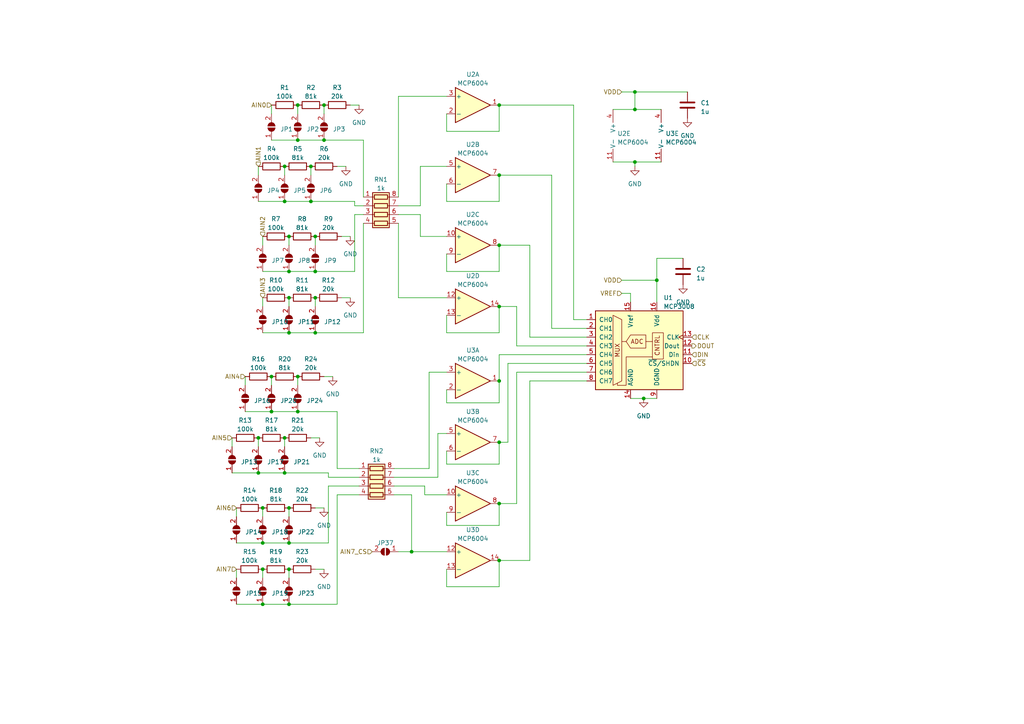
<source format=kicad_sch>
(kicad_sch (version 20230121) (generator eeschema)
  (paper "A4")
  (lib_symbols
    (symbol "Amplifier_Operational:MCP6004" (pin_names (offset 0.127))
      (property "Reference" "U" (at 0 5.08 0))
      (property "Value" "MCP6004" (at 0 -5.08 0))
      (symbol "MCP6004_1_1"
        (polyline (pts (xy -5.08 5.08) (xy 5.08 0) (xy -5.08 -5.08) (xy -5.08 5.08)) (stroke (width 0.254)) (fill (type background)))
        (pin output line (at 7.62 0 180) (length 2.54) (name "~") (number "1"))
        (pin input line (at -7.62 -2.54 0) (length 2.54) (name "-") (number "2"))
        (pin input line (at -7.62 2.54 0) (length 2.54) (name "+") (number "3"))
      )
      (symbol "MCP6004_2_1"
        (polyline (pts (xy -5.08 5.08) (xy 5.08 0) (xy -5.08 -5.08) (xy -5.08 5.08)) (stroke (width 0.254)) (fill (type background)))
        (pin input line (at -7.62 2.54 0) (length 2.54) (name "+") (number "5"))
        (pin input line (at -7.62 -2.54 0) (length 2.54) (name "-") (number "6"))
        (pin output line (at 7.62 0 180) (length 2.54) (name "~") (number "7"))
      )
      (symbol "MCP6004_3_1"
        (polyline (pts (xy -5.08 5.08) (xy 5.08 0) (xy -5.08 -5.08) (xy -5.08 5.08)) (stroke (width 0.254)) (fill (type background)))
        (pin input line (at -7.62 2.54 0) (length 2.54) (name "+") (number "10"))
        (pin output line (at 7.62 0 180) (length 2.54) (name "~") (number "8"))
        (pin input line (at -7.62 -2.54 0) (length 2.54) (name "-") (number "9"))
      )
      (symbol "MCP6004_4_1"
        (polyline (pts (xy -5.08 5.08) (xy 5.08 0) (xy -5.08 -5.08) (xy -5.08 5.08)) (stroke (width 0.254)) (fill (type background)))
        (pin input line (at -7.62 2.54 0) (length 2.54) (name "+") (number "12"))
        (pin input line (at -7.62 -2.54 0) (length 2.54) (name "-") (number "13"))
        (pin output line (at 7.62 0 180) (length 2.54) (name "~") (number "14"))
      )
      (symbol "MCP6004_5_1"
        (pin power_in line (at -2.54 -7.62 90) (length 3.81) (name "V-") (number "11"))
        (pin power_in line (at -2.54 7.62 270) (length 3.81) (name "V+") (number "4"))
      )
    )
    (symbol "Analog_ADC:MCP3008" (pin_names (offset 1.016))
      (property "Reference" "U" (at -5.08 13.335 0))
      (property "Value" "MCP3008" (at -5.08 11.43 0))
      (symbol "MCP3008_0_0"
        (text "ADC" (at -0.635 1.27 0) (effects (font (size 1.27 1.27))))
        (text "CNTRL" (at 5.969 -2.921 900) (effects (font (size 1.27 1.27)) (justify left bottom)))
        (text "MUX" (at -6.35 -1.27 900) (effects (font (size 1.27 1.27))))
      )
      (symbol "MCP3008_0_1"
        (polyline (pts (xy -3.81 1.27) (xy -5.08 1.27)))
        (polyline (pts (xy 1.905 1.27) (xy 3.81 1.27)))
        (polyline (pts (xy -7.62 8.89) (xy -7.62 -11.43) (xy -5.08 -10.16) (xy -5.08 7.62) (xy -7.62 8.89)))
        (polyline (pts (xy 3.81 -3.175) (xy -3.81 -3.175) (xy -3.81 -11.43) (xy -6.35 -11.43) (xy -6.35 -10.795)))
        (polyline (pts (xy 1.905 3.175) (xy 1.905 -0.635) (xy -2.54 -0.635) (xy -3.81 1.27) (xy -2.54 3.175) (xy 1.905 3.175)))
        (rectangle (start 3.81 -3.81) (end 6.985 3.81))
        (rectangle (start 12.7 -12.7) (end -12.7 10.16) (stroke (width 0.254)) (fill (type background)))
      )
      (symbol "MCP3008_1_1"
        (pin input line (at -15.24 7.62 0) (length 2.54) (name "CH0") (number "1"))
        (pin input line (at 15.24 -5.08 180) (length 2.54) (name "~{CS}/SHDN") (number "10"))
        (pin input line (at 15.24 -2.54 180) (length 2.54) (name "Din") (number "11"))
        (pin output line (at 15.24 0 180) (length 2.54) (name "Dout") (number "12"))
        (pin input clock (at 15.24 2.54 180) (length 2.54) (name "CLK") (number "13"))
        (pin power_in line (at -2.54 -15.24 90) (length 2.54) (name "AGND") (number "14"))
        (pin power_in line (at -2.54 12.7 270) (length 2.54) (name "Vref") (number "15"))
        (pin power_in line (at 5.08 12.7 270) (length 2.54) (name "Vdd") (number "16"))
        (pin input line (at -15.24 5.08 0) (length 2.54) (name "CH1") (number "2"))
        (pin input line (at -15.24 2.54 0) (length 2.54) (name "CH2") (number "3"))
        (pin input line (at -15.24 0 0) (length 2.54) (name "CH3") (number "4"))
        (pin input line (at -15.24 -2.54 0) (length 2.54) (name "CH4") (number "5"))
        (pin input line (at -15.24 -5.08 0) (length 2.54) (name "CH5") (number "6"))
        (pin input line (at -15.24 -7.62 0) (length 2.54) (name "CH6") (number "7"))
        (pin input line (at -15.24 -10.16 0) (length 2.54) (name "CH7") (number "8"))
        (pin power_in line (at 5.08 -15.24 90) (length 2.54) (name "DGND") (number "9"))
      )
    )
    (symbol "Device:C" (pin_numbers hide) (pin_names (offset 0.254))
      (property "Reference" "C" (at 0.635 2.54 0))
      (property "Value" "C" (at 0.635 -2.54 0))
      (symbol "C_0_1"
        (polyline (pts (xy -2.032 -0.762) (xy 2.032 -0.762)) (stroke (width 0.508)))
        (polyline (pts (xy -2.032 0.762) (xy 2.032 0.762)) (stroke (width 0.508)))
      )
      (symbol "C_1_1"
        (pin passive line (at 0 3.81 270) (length 2.794) (name "~") (number "1"))
        (pin passive line (at 0 -3.81 90) (length 2.794) (name "~") (number "2"))
      )
    )
    (symbol "Device:R" (pin_numbers hide) (pin_names (offset 0))
      (property "Reference" "R" (at 2.032 0 90))
      (property "Value" "R" (at 0 0 90))
      (symbol "R_0_1"
        (rectangle (start -1.016 -2.54) (end 1.016 2.54) (stroke (width 0.254)))
      )
      (symbol "R_1_1"
        (pin passive line (at 0 3.81 270) (length 1.27) (name "~") (number "1"))
        (pin passive line (at 0 -3.81 90) (length 1.27) (name "~") (number "2"))
      )
    )
    (symbol "Device:R_Pack04" (pin_names (offset 0) hide)
      (property "Reference" "RN" (at -7.62 0 90))
      (property "Value" "R_Pack04" (at 5.08 0 90))
      (symbol "R_Pack04_0_1"
        (rectangle (start -6.35 -2.413) (end 3.81 2.413) (stroke (width 0.254)) (fill (type background)))
        (rectangle (start -5.715 1.905) (end -4.445 -1.905) (stroke (width 0.254)))
        (rectangle (start -3.175 1.905) (end -1.905 -1.905) (stroke (width 0.254)))
        (rectangle (start -0.635 1.905) (end 0.635 -1.905) (stroke (width 0.254)))
        (polyline (pts (xy -5.08 -2.54) (xy -5.08 -1.905)))
        (polyline (pts (xy -5.08 1.905) (xy -5.08 2.54)))
        (polyline (pts (xy -2.54 -2.54) (xy -2.54 -1.905)))
        (polyline (pts (xy -2.54 1.905) (xy -2.54 2.54)))
        (polyline (pts (xy 0 -2.54) (xy 0 -1.905)))
        (polyline (pts (xy 0 1.905) (xy 0 2.54)))
        (polyline (pts (xy 2.54 -2.54) (xy 2.54 -1.905)))
        (polyline (pts (xy 2.54 1.905) (xy 2.54 2.54)))
        (rectangle (start 1.905 1.905) (end 3.175 -1.905) (stroke (width 0.254)))
      )
      (symbol "R_Pack04_1_1"
        (pin passive line (at -5.08 -5.08 90) (length 2.54) (name "R1.1") (number "1"))
        (pin passive line (at -2.54 -5.08 90) (length 2.54) (name "R2.1") (number "2"))
        (pin passive line (at 0 -5.08 90) (length 2.54) (name "R3.1") (number "3"))
        (pin passive line (at 2.54 -5.08 90) (length 2.54) (name "R4.1") (number "4"))
        (pin passive line (at 2.54 5.08 270) (length 2.54) (name "R4.2") (number "5"))
        (pin passive line (at 0 5.08 270) (length 2.54) (name "R3.2") (number "6"))
        (pin passive line (at -2.54 5.08 270) (length 2.54) (name "R2.2") (number "7"))
        (pin passive line (at -5.08 5.08 270) (length 2.54) (name "R1.2") (number "8"))
      )
    )
    (symbol "Jumper:SolderJumper_2_Open" (pin_names (offset 0) hide)
      (property "Reference" "JP" (at 0 2.032 0))
      (property "Value" "SolderJumper_2_Open" (at 0 -2.54 0))
      (symbol "SolderJumper_2_Open_0_1"
        (arc (start -0.254 1.016) (mid -1.2656 0) (end -0.254 -1.016))
        (arc (start -0.254 1.016) (mid -1.2656 0) (end -0.254 -1.016) (fill (type outline)))
        (polyline (pts (xy -0.254 1.016) (xy -0.254 -1.016)))
        (polyline (pts (xy 0.254 1.016) (xy 0.254 -1.016)))
        (arc (start 0.254 -1.016) (mid 1.2656 0) (end 0.254 1.016))
        (arc (start 0.254 -1.016) (mid 1.2656 0) (end 0.254 1.016) (fill (type outline)))
      )
      (symbol "SolderJumper_2_Open_1_1"
        (pin passive line (at -3.81 0 0) (length 2.54) (name "A") (number "1"))
        (pin passive line (at 3.81 0 180) (length 2.54) (name "B") (number "2"))
      )
    )
    (symbol "power:GND" (power) (pin_names (offset 0))
      (property "Value" "GND" (at 0 -3.81 0))
      (symbol "GND_0_1"
        (polyline (pts (xy 0 0) (xy 0 -1.27) (xy 1.27 -1.27) (xy 0 -2.54) (xy -1.27 -1.27) (xy 0 -1.27)))
      )
      (symbol "GND_1_1"
        (pin power_in line (at 0 0 270) (length 0) hide (name "GND") (number "1"))
      )
    )
  )
  (junction (at 144.78 146.05))
  (junction (at 83.82 175.26))
  (junction (at 91.44 86.36))
  (junction (at 76.2 157.48))
  (junction (at 144.78 71.12))
  (junction (at 78.74 109.22))
  (junction (at 144.78 30.48))
  (junction (at 83.82 96.52))
  (junction (at 82.55 127))
  (junction (at 83.82 165.1))
  (junction (at 184.15 31.75))
  (junction (at 76.2 147.32))
  (junction (at 190.5 81.28))
  (junction (at 119.38 160.02))
  (junction (at 74.93 137.16))
  (junction (at 82.55 48.26))
  (junction (at 91.44 68.58))
  (junction (at 184.15 46.99))
  (junction (at 90.17 58.42))
  (junction (at 86.36 30.48))
  (junction (at 83.82 157.48))
  (junction (at 86.36 109.22))
  (junction (at 83.82 78.74))
  (junction (at 86.36 40.64))
  (junction (at 93.98 40.64))
  (junction (at 83.82 86.36))
  (junction (at 82.55 58.42))
  (junction (at 86.36 119.38))
  (junction (at 144.78 50.8))
  (junction (at 144.78 128.27))
  (junction (at 144.78 88.9))
  (junction (at 82.55 137.16))
  (junction (at 90.17 48.26))
  (junction (at 76.2 175.26))
  (junction (at 144.78 110.49))
  (junction (at 83.82 68.58))
  (junction (at 184.15 26.67))
  (junction (at 93.98 30.48))
  (junction (at 144.78 162.56))
  (junction (at 186.69 115.57))
  (junction (at 83.82 147.32))
  (junction (at 91.44 96.52))
  (junction (at 78.74 119.38))
  (junction (at 91.44 78.74))
  (junction (at 76.2 165.1))
  (junction (at 74.93 127))
  (wire (pts (xy 105.41 59.69) (xy 102.87 59.69)))
  (wire (pts (xy 129.54 130.81) (xy 129.54 134.62)))
  (wire (pts (xy 74.93 127) (xy 74.93 129.54)))
  (wire (pts (xy 177.8 46.99) (xy 184.15 46.99)))
  (wire (pts (xy 93.98 109.22) (xy 96.52 109.22)))
  (wire (pts (xy 76.2 68.58) (xy 76.2 71.12)))
  (wire (pts (xy 129.54 68.58) (xy 121.92 68.58)))
  (wire (pts (xy 119.38 160.02) (xy 119.38 143.51)))
  (wire (pts (xy 71.12 119.38) (xy 78.74 119.38)))
  (wire (pts (xy 180.34 26.67) (xy 184.15 26.67)))
  (wire (pts (xy 147.32 128.27) (xy 144.78 128.27)))
  (wire (pts (xy 180.34 85.09) (xy 182.88 85.09)))
  (wire (pts (xy 129.54 96.52) (xy 144.78 96.52)))
  (wire (pts (xy 91.44 147.32) (xy 93.98 147.32)))
  (wire (pts (xy 102.87 78.74) (xy 91.44 78.74)))
  (wire (pts (xy 90.17 48.26) (xy 90.17 50.8)))
  (wire (pts (xy 129.54 73.66) (xy 129.54 78.74)))
  (wire (pts (xy 97.79 119.38) (xy 97.79 135.89)))
  (wire (pts (xy 119.38 143.51) (xy 114.3 143.51)))
  (wire (pts (xy 97.79 135.89) (xy 104.14 135.89)))
  (wire (pts (xy 160.02 50.8) (xy 144.78 50.8)))
  (wire (pts (xy 74.93 137.16) (xy 82.55 137.16)))
  (wire (pts (xy 127 138.43) (xy 114.3 138.43)))
  (wire (pts (xy 184.15 31.75) (xy 191.77 31.75)))
  (wire (pts (xy 123.19 140.97) (xy 123.19 143.51)))
  (wire (pts (xy 129.54 165.1) (xy 129.54 170.18)))
  (wire (pts (xy 97.79 48.26) (xy 100.33 48.26)))
  (wire (pts (xy 170.18 105.41) (xy 147.32 105.41)))
  (wire (pts (xy 182.88 115.57) (xy 186.69 115.57)))
  (wire (pts (xy 95.25 157.48) (xy 83.82 157.48)))
  (wire (pts (xy 121.92 62.23) (xy 115.57 62.23)))
  (wire (pts (xy 97.79 143.51) (xy 104.14 143.51)))
  (wire (pts (xy 115.57 27.94) (xy 115.57 57.15)))
  (wire (pts (xy 95.25 138.43) (xy 104.14 138.43)))
  (wire (pts (xy 129.54 48.26) (xy 121.92 48.26)))
  (wire (pts (xy 114.3 140.97) (xy 123.19 140.97)))
  (wire (pts (xy 86.36 119.38) (xy 97.79 119.38)))
  (wire (pts (xy 121.92 48.26) (xy 121.92 59.69)))
  (wire (pts (xy 82.55 58.42) (xy 90.17 58.42)))
  (wire (pts (xy 129.54 53.34) (xy 129.54 58.42)))
  (wire (pts (xy 144.78 152.4) (xy 144.78 146.05)))
  (wire (pts (xy 129.54 91.44) (xy 129.54 96.52)))
  (wire (pts (xy 180.34 81.28) (xy 190.5 81.28)))
  (wire (pts (xy 67.31 127) (xy 67.31 129.54)))
  (wire (pts (xy 129.54 134.62) (xy 144.78 134.62)))
  (wire (pts (xy 153.67 71.12) (xy 144.78 71.12)))
  (wire (pts (xy 91.44 78.74) (xy 83.82 78.74)))
  (wire (pts (xy 129.54 148.59) (xy 129.54 152.4)))
  (wire (pts (xy 76.2 86.36) (xy 76.2 88.9)))
  (wire (pts (xy 68.58 147.32) (xy 68.58 149.86)))
  (wire (pts (xy 83.82 175.26) (xy 76.2 175.26)))
  (wire (pts (xy 147.32 105.41) (xy 147.32 128.27)))
  (wire (pts (xy 93.98 30.48) (xy 93.98 33.02)))
  (wire (pts (xy 144.78 58.42) (xy 144.78 50.8)))
  (wire (pts (xy 170.18 110.49) (xy 153.67 110.49)))
  (wire (pts (xy 149.86 146.05) (xy 144.78 146.05)))
  (wire (pts (xy 74.93 48.26) (xy 74.93 50.8)))
  (wire (pts (xy 78.74 119.38) (xy 86.36 119.38)))
  (wire (pts (xy 166.37 30.48) (xy 166.37 92.71)))
  (wire (pts (xy 170.18 107.95) (xy 149.86 107.95)))
  (wire (pts (xy 144.78 134.62) (xy 144.78 128.27)))
  (wire (pts (xy 177.8 31.75) (xy 184.15 31.75)))
  (wire (pts (xy 129.54 116.84) (xy 144.78 116.84)))
  (wire (pts (xy 170.18 97.79) (xy 153.67 97.79)))
  (wire (pts (xy 93.98 40.64) (xy 105.41 40.64)))
  (wire (pts (xy 129.54 113.03) (xy 129.54 116.84)))
  (wire (pts (xy 102.87 58.42) (xy 102.87 59.69)))
  (wire (pts (xy 76.2 157.48) (xy 68.58 157.48)))
  (wire (pts (xy 121.92 68.58) (xy 121.92 62.23)))
  (wire (pts (xy 149.86 107.95) (xy 149.86 146.05)))
  (wire (pts (xy 144.78 38.1) (xy 129.54 38.1)))
  (wire (pts (xy 144.78 170.18) (xy 144.78 162.56)))
  (wire (pts (xy 129.54 78.74) (xy 144.78 78.74)))
  (wire (pts (xy 105.41 40.64) (xy 105.41 57.15)))
  (wire (pts (xy 184.15 46.99) (xy 184.15 48.26)))
  (wire (pts (xy 95.25 140.97) (xy 104.14 140.97)))
  (wire (pts (xy 83.82 68.58) (xy 83.82 71.12)))
  (wire (pts (xy 129.54 38.1) (xy 129.54 33.02)))
  (wire (pts (xy 102.87 62.23) (xy 102.87 78.74)))
  (wire (pts (xy 91.44 165.1) (xy 93.98 165.1)))
  (wire (pts (xy 127 125.73) (xy 127 138.43)))
  (wire (pts (xy 82.55 48.26) (xy 82.55 50.8)))
  (wire (pts (xy 129.54 160.02) (xy 119.38 160.02)))
  (wire (pts (xy 83.82 86.36) (xy 83.82 88.9)))
  (wire (pts (xy 149.86 100.33) (xy 149.86 88.9)))
  (wire (pts (xy 83.82 157.48) (xy 76.2 157.48)))
  (wire (pts (xy 129.54 125.73) (xy 127 125.73)))
  (wire (pts (xy 99.06 86.36) (xy 101.6 86.36)))
  (wire (pts (xy 78.74 109.22) (xy 78.74 111.76)))
  (wire (pts (xy 71.12 109.22) (xy 71.12 111.76)))
  (wire (pts (xy 153.67 110.49) (xy 153.67 162.56)))
  (wire (pts (xy 153.67 97.79) (xy 153.67 71.12)))
  (wire (pts (xy 170.18 100.33) (xy 149.86 100.33)))
  (wire (pts (xy 190.5 74.93) (xy 190.5 81.28)))
  (wire (pts (xy 184.15 46.99) (xy 191.77 46.99)))
  (wire (pts (xy 170.18 95.25) (xy 160.02 95.25)))
  (wire (pts (xy 129.54 86.36) (xy 115.57 86.36)))
  (wire (pts (xy 91.44 86.36) (xy 91.44 88.9)))
  (wire (pts (xy 90.17 127) (xy 92.71 127)))
  (wire (pts (xy 78.74 40.64) (xy 86.36 40.64)))
  (wire (pts (xy 144.78 116.84) (xy 144.78 110.49)))
  (wire (pts (xy 67.31 137.16) (xy 74.93 137.16)))
  (wire (pts (xy 97.79 175.26) (xy 83.82 175.26)))
  (wire (pts (xy 124.46 107.95) (xy 129.54 107.95)))
  (wire (pts (xy 76.2 165.1) (xy 76.2 167.64)))
  (wire (pts (xy 76.2 175.26) (xy 68.58 175.26)))
  (wire (pts (xy 198.12 74.93) (xy 190.5 74.93)))
  (wire (pts (xy 91.44 96.52) (xy 83.82 96.52)))
  (wire (pts (xy 129.54 152.4) (xy 144.78 152.4)))
  (wire (pts (xy 76.2 147.32) (xy 76.2 149.86)))
  (wire (pts (xy 99.06 68.58) (xy 101.6 68.58)))
  (wire (pts (xy 105.41 62.23) (xy 102.87 62.23)))
  (wire (pts (xy 115.57 86.36) (xy 115.57 64.77)))
  (wire (pts (xy 115.57 160.02) (xy 119.38 160.02)))
  (wire (pts (xy 144.78 30.48) (xy 166.37 30.48)))
  (wire (pts (xy 78.74 30.48) (xy 78.74 33.02)))
  (wire (pts (xy 101.6 30.48) (xy 104.14 30.48)))
  (wire (pts (xy 68.58 165.1) (xy 68.58 167.64)))
  (wire (pts (xy 83.82 96.52) (xy 76.2 96.52)))
  (wire (pts (xy 190.5 81.28) (xy 190.5 87.63)))
  (wire (pts (xy 83.82 78.74) (xy 76.2 78.74)))
  (wire (pts (xy 74.93 58.42) (xy 82.55 58.42)))
  (wire (pts (xy 83.82 147.32) (xy 83.82 149.86)))
  (wire (pts (xy 105.41 64.77) (xy 105.41 96.52)))
  (wire (pts (xy 83.82 165.1) (xy 83.82 167.64)))
  (wire (pts (xy 105.41 96.52) (xy 91.44 96.52)))
  (wire (pts (xy 153.67 162.56) (xy 144.78 162.56)))
  (wire (pts (xy 91.44 68.58) (xy 91.44 71.12)))
  (wire (pts (xy 160.02 95.25) (xy 160.02 50.8)))
  (wire (pts (xy 184.15 26.67) (xy 184.15 31.75)))
  (wire (pts (xy 82.55 137.16) (xy 95.25 137.16)))
  (wire (pts (xy 144.78 78.74) (xy 144.78 71.12)))
  (wire (pts (xy 82.55 127) (xy 82.55 129.54)))
  (wire (pts (xy 86.36 109.22) (xy 86.36 111.76)))
  (wire (pts (xy 97.79 143.51) (xy 97.79 175.26)))
  (wire (pts (xy 121.92 59.69) (xy 115.57 59.69)))
  (wire (pts (xy 95.25 140.97) (xy 95.25 157.48)))
  (wire (pts (xy 166.37 92.71) (xy 170.18 92.71)))
  (wire (pts (xy 86.36 30.48) (xy 86.36 33.02)))
  (wire (pts (xy 170.18 102.87) (xy 144.78 102.87)))
  (wire (pts (xy 114.3 135.89) (xy 124.46 135.89)))
  (wire (pts (xy 129.54 27.94) (xy 115.57 27.94)))
  (wire (pts (xy 144.78 30.48) (xy 144.78 38.1)))
  (wire (pts (xy 184.15 26.67) (xy 199.39 26.67)))
  (wire (pts (xy 186.69 115.57) (xy 190.5 115.57)))
  (wire (pts (xy 90.17 58.42) (xy 102.87 58.42)))
  (wire (pts (xy 124.46 135.89) (xy 124.46 107.95)))
  (wire (pts (xy 95.25 137.16) (xy 95.25 138.43)))
  (wire (pts (xy 182.88 85.09) (xy 182.88 87.63)))
  (wire (pts (xy 149.86 88.9) (xy 144.78 88.9)))
  (wire (pts (xy 86.36 40.64) (xy 93.98 40.64)))
  (wire (pts (xy 144.78 96.52) (xy 144.78 88.9)))
  (wire (pts (xy 129.54 58.42) (xy 144.78 58.42)))
  (wire (pts (xy 144.78 102.87) (xy 144.78 110.49)))
  (wire (pts (xy 123.19 143.51) (xy 129.54 143.51)))
  (wire (pts (xy 129.54 170.18) (xy 144.78 170.18)))
  (hierarchical_label "VREF" (shape input) (at 180.34 85.09 180))
  (hierarchical_label "AIN3" (shape input) (at 76.2 86.36 90))
  (hierarchical_label "AIN0" (shape input) (at 78.74 30.48 180))
  (hierarchical_label "AIN4" (shape input) (at 71.12 109.22 180))
  (hierarchical_label "VDD" (shape input) (at 180.34 26.67 180))
  (hierarchical_label "CLK" (shape input) (at 200.66 97.79 0))
  (hierarchical_label "AIN6" (shape input) (at 68.58 147.32 180))
  (hierarchical_label "DIN" (shape input) (at 200.66 102.87 0))
  (hierarchical_label "AIN2" (shape input) (at 76.2 68.58 90))
  (hierarchical_label "~{CS}" (shape input) (at 200.66 105.41 0))
  (hierarchical_label "VDD" (shape input) (at 180.34 81.28 180))
  (hierarchical_label "DOUT" (shape output) (at 200.66 100.33 0))
  (hierarchical_label "AIN5" (shape input) (at 67.31 127 180))
  (hierarchical_label "AIN1" (shape input) (at 74.93 48.26 90))
  (hierarchical_label "AIN7" (shape input) (at 68.58 165.1 180))
  (hierarchical_label "AIN7_CS" (shape input) (at 107.95 160.02 180))
  (symbol (lib_id "Jumper:SolderJumper_2_Open") (at 78.74 36.83 90) (unit 1)
    (property "Reference" "JP1" (at 81.28 37.465 90) (effects (justify right)))
    (property "Value" "SolderJumper_2_Open" (effects hide))
    (property "Footprint" "Jumper:SolderJumper-2_P1.3mm_Open_TrianglePad1.0x1.5mm" (effects hide))
  )
  (symbol (lib_id "Device:R_Pack04") (at 110.49 62.23 270) (unit 1)
    (property "Reference" "RN1" (at 110.49 52.07 90))
    (property "Value" "1k" (at 110.49 54.61 90))
    (property "Footprint" "Resistor_SMD:R_Array_Convex_4x0603" (effects hide))
  )
  (symbol (lib_id "Jumper:SolderJumper_2_Open") (at 76.2 171.45 90) (unit 1)
    (property "Reference" "JP19" (at 78.74 172.085 90) (effects (justify right)))
    (property "Value" "SolderJumper_2_Open" (effects hide))
    (property "Footprint" "Jumper:SolderJumper-2_P1.3mm_Open_TrianglePad1.0x1.5mm" (effects hide))
  )
  (symbol (lib_id "power:GND") (at 104.14 30.48 0) (unit 1)
    (property "Reference" "#PWR04" (effects hide))
    (property "Value" "GND" (at 104.14 35.56 0))
  )
  (symbol (lib_id "Jumper:SolderJumper_2_Open") (at 68.58 153.67 90) (unit 1)
    (property "Reference" "JP14" (at 71.12 154.305 90) (effects (justify right)))
    (property "Value" "SolderJumper_2_Open" (effects hide))
    (property "Footprint" "Jumper:SolderJumper-2_P1.3mm_Open_TrianglePad1.0x1.5mm" (effects hide))
  )
  (symbol (lib_id "Device:R") (at 80.01 165.1 90) (unit 1)
    (property "Reference" "R19" (at 80.01 160.02 90))
    (property "Value" "81k" (at 80.01 162.56 90))
    (property "Footprint" "Resistor_SMD:R_0402_1005Metric" (effects hide))
  )
  (symbol (lib_id "Amplifier_Operational:MCP6004") (at 137.16 71.12 0) (unit 3)
    (property "Reference" "U2" (at 137.16 62.23 0))
    (property "Value" "MCP6004" (at 137.16 64.77 0))
    (property "Footprint" "Package_SO:TSSOP-14_4.4x5mm_P0.65mm" (effects hide))
    (property "Datasheet" "http://ww1.microchip.com/downloads/en/DeviceDoc/21733j.pdf" (effects hide))
  )
  (symbol (lib_id "Device:R") (at 86.36 127 90) (unit 1)
    (property "Reference" "R21" (at 86.36 121.92 90))
    (property "Value" "20k" (at 86.36 124.46 90))
    (property "Footprint" "Resistor_SMD:R_0402_1005Metric" (effects hide))
  )
  (symbol (lib_id "Device:R") (at 78.74 48.26 90) (unit 1)
    (property "Reference" "R4" (at 78.74 43.18 90))
    (property "Value" "100k" (at 78.74 45.72 90))
    (property "Footprint" "Resistor_SMD:R_0402_1005Metric" (effects hide))
  )
  (symbol (lib_id "Jumper:SolderJumper_2_Open") (at 82.55 54.61 90) (unit 1)
    (property "Reference" "JP5" (at 85.09 55.245 90) (effects (justify right)))
    (property "Value" "SolderJumper_2_Open" (effects hide))
    (property "Footprint" "Jumper:SolderJumper-2_P1.3mm_Open_TrianglePad1.0x1.5mm" (effects hide))
  )
  (symbol (lib_id "Amplifier_Operational:MCP6004") (at 137.16 50.8 0) (unit 2)
    (property "Reference" "U2" (at 137.16 41.91 0))
    (property "Value" "MCP6004" (at 137.16 44.45 0))
    (property "Footprint" "Package_SO:TSSOP-14_4.4x5mm_P0.65mm" (effects hide))
    (property "Datasheet" "http://ww1.microchip.com/downloads/en/DeviceDoc/21733j.pdf" (effects hide))
  )
  (symbol (lib_id "Jumper:SolderJumper_2_Open") (at 83.82 92.71 90) (unit 1)
    (property "Reference" "JP11" (at 86.36 93.345 90) (effects (justify right)))
    (property "Value" "SolderJumper_2_Open" (effects hide))
    (property "Footprint" "Jumper:SolderJumper-2_P1.3mm_Open_TrianglePad1.0x1.5mm" (effects hide))
  )
  (symbol (lib_id "Jumper:SolderJumper_2_Open") (at 86.36 36.83 90) (unit 1)
    (property "Reference" "JP2" (at 88.9 37.465 90) (effects (justify right)))
    (property "Value" "SolderJumper_2_Open" (effects hide))
    (property "Footprint" "Jumper:SolderJumper-2_P1.3mm_Open_TrianglePad1.0x1.5mm" (effects hide))
  )
  (symbol (lib_id "Jumper:SolderJumper_2_Open") (at 82.55 133.35 90) (unit 1)
    (property "Reference" "JP21" (at 85.09 133.985 90) (effects (justify right)))
    (property "Value" "SolderJumper_2_Open" (effects hide))
    (property "Footprint" "Jumper:SolderJumper-2_P1.3mm_Open_TrianglePad1.0x1.5mm" (effects hide))
  )
  (symbol (lib_id "Jumper:SolderJumper_2_Open") (at 83.82 74.93 90) (unit 1)
    (property "Reference" "JP8" (at 86.36 75.565 90) (effects (justify right)))
    (property "Value" "SolderJumper_2_Open" (effects hide))
    (property "Footprint" "Jumper:SolderJumper-2_P1.3mm_Open_TrianglePad1.0x1.5mm" (effects hide))
  )
  (symbol (lib_id "power:GND") (at 92.71 127 0) (unit 1)
    (property "Reference" "#PWR08" (effects hide))
    (property "Value" "GND" (at 92.71 132.08 0))
  )
  (symbol (lib_id "Jumper:SolderJumper_2_Open") (at 83.82 171.45 90) (unit 1)
    (property "Reference" "JP23" (at 86.36 172.085 90) (effects (justify right)))
    (property "Value" "SolderJumper_2_Open" (effects hide))
    (property "Footprint" "Jumper:SolderJumper-2_P1.3mm_Open_TrianglePad1.0x1.5mm" (effects hide))
  )
  (symbol (lib_id "Device:R") (at 93.98 48.26 90) (unit 1)
    (property "Reference" "R6" (at 93.98 43.18 90))
    (property "Value" "20k" (at 93.98 45.72 90))
    (property "Footprint" "Resistor_SMD:R_0402_1005Metric" (effects hide))
  )
  (symbol (lib_id "Device:C") (at 198.12 78.74 0) (unit 1)
    (property "Reference" "C2" (at 201.93 78.105 0) (effects (justify left)))
    (property "Value" "1u" (at 201.93 80.645 0) (effects (justify left)))
    (property "Footprint" "Capacitor_SMD:C_0603_1608Metric" (effects hide))
  )
  (symbol (lib_id "power:GND") (at 93.98 165.1 0) (unit 1)
    (property "Reference" "#PWR010" (effects hide))
    (property "Value" "GND" (at 93.98 170.18 0))
  )
  (symbol (lib_id "Amplifier_Operational:MCP6004") (at 137.16 30.48 0) (unit 1)
    (property "Reference" "U2" (at 137.16 21.59 0))
    (property "Value" "MCP6004" (at 137.16 24.13 0))
    (property "Footprint" "Package_SO:TSSOP-14_4.4x5mm_P0.65mm" (effects hide))
    (property "Datasheet" "http://ww1.microchip.com/downloads/en/DeviceDoc/21733j.pdf" (effects hide))
  )
  (symbol (lib_id "Jumper:SolderJumper_2_Open") (at 71.12 115.57 90) (unit 1)
    (property "Reference" "JP16" (at 73.66 116.205 90) (effects (justify right)))
    (property "Value" "SolderJumper_2_Open" (effects hide))
    (property "Footprint" "Jumper:SolderJumper-2_P1.3mm_Open_TrianglePad1.0x1.5mm" (effects hide))
  )
  (symbol (lib_id "Amplifier_Operational:MCP6004") (at 137.16 162.56 0) (unit 4)
    (property "Reference" "U3" (at 137.16 153.67 0))
    (property "Value" "MCP6004" (at 137.16 156.21 0))
    (property "Footprint" "Package_SO:TSSOP-14_4.4x5mm_P0.65mm" (effects hide))
    (property "Datasheet" "http://ww1.microchip.com/downloads/en/DeviceDoc/21733j.pdf" (effects hide))
  )
  (symbol (lib_id "power:GND") (at 184.15 48.26 0) (unit 1)
    (property "Reference" "#PWR02" (effects hide))
    (property "Value" "GND" (at 184.15 53.34 0))
  )
  (symbol (lib_id "Device:R") (at 82.55 109.22 90) (unit 1)
    (property "Reference" "R20" (at 82.55 104.14 90))
    (property "Value" "81k" (at 82.55 106.68 90))
    (property "Footprint" "Resistor_SMD:R_0402_1005Metric" (effects hide))
  )
  (symbol (lib_id "Device:R") (at 80.01 147.32 90) (unit 1)
    (property "Reference" "R18" (at 80.01 142.24 90))
    (property "Value" "81k" (at 80.01 144.78 90))
    (property "Footprint" "Resistor_SMD:R_0402_1005Metric" (effects hide))
  )
  (symbol (lib_id "Jumper:SolderJumper_2_Open") (at 67.31 133.35 90) (unit 1)
    (property "Reference" "JP13" (at 69.85 133.985 90) (effects (justify right)))
    (property "Value" "SolderJumper_2_Open" (effects hide))
    (property "Footprint" "Jumper:SolderJumper-2_P1.3mm_Open_TrianglePad1.0x1.5mm" (effects hide))
  )
  (symbol (lib_id "Jumper:SolderJumper_2_Open") (at 68.58 171.45 90) (unit 1)
    (property "Reference" "JP15" (at 71.12 172.085 90) (effects (justify right)))
    (property "Value" "SolderJumper_2_Open" (effects hide))
    (property "Footprint" "Jumper:SolderJumper-2_P1.3mm_Open_TrianglePad1.0x1.5mm" (effects hide))
  )
  (symbol (lib_id "power:GND") (at 93.98 147.32 0) (unit 1)
    (property "Reference" "#PWR09" (effects hide))
    (property "Value" "GND" (at 93.98 152.4 0))
  )
  (symbol (lib_id "Jumper:SolderJumper_2_Open") (at 76.2 92.71 90) (unit 1)
    (property "Reference" "JP10" (at 78.74 93.345 90) (effects (justify right)))
    (property "Value" "SolderJumper_2_Open" (effects hide))
    (property "Footprint" "Jumper:SolderJumper-2_P1.3mm_Open_TrianglePad1.0x1.5mm" (effects hide))
  )
  (symbol (lib_id "Jumper:SolderJumper_2_Open") (at 83.82 153.67 90) (unit 1)
    (property "Reference" "JP22" (at 86.36 154.305 90) (effects (justify right)))
    (property "Value" "SolderJumper_2_Open" (effects hide))
    (property "Footprint" "Jumper:SolderJumper-2_P1.3mm_Open_TrianglePad1.0x1.5mm" (effects hide))
  )
  (symbol (lib_id "Jumper:SolderJumper_2_Open") (at 111.76 160.02 180) (unit 1)
    (property "Reference" "JP37" (at 111.76 157.48 0))
    (property "Value" "SolderJumper_2_Open" (effects hide))
    (property "Footprint" "Jumper:SolderJumper-2_P1.3mm_Open_TrianglePad1.0x1.5mm" (effects hide))
  )
  (symbol (lib_id "power:GND") (at 100.33 48.26 0) (unit 1)
    (property "Reference" "#PWR05" (effects hide))
    (property "Value" "GND" (at 100.33 53.34 0))
  )
  (symbol (lib_id "power:GND") (at 101.6 86.36 0) (unit 1)
    (property "Reference" "#PWR07" (effects hide))
    (property "Value" "GND" (at 101.6 91.44 0))
  )
  (symbol (lib_id "Device:R") (at 95.25 86.36 90) (unit 1)
    (property "Reference" "R12" (at 95.25 81.28 90))
    (property "Value" "20k" (at 95.25 83.82 90))
    (property "Footprint" "Resistor_SMD:R_0402_1005Metric" (effects hide))
  )
  (symbol (lib_id "Device:R") (at 82.55 30.48 90) (unit 1)
    (property "Reference" "R1" (at 82.55 25.4 90))
    (property "Value" "100k" (at 82.55 27.94 90))
    (property "Footprint" "Resistor_SMD:R_0402_1005Metric" (effects hide))
  )
  (symbol (lib_id "Device:R") (at 87.63 147.32 90) (unit 1)
    (property "Reference" "R22" (at 87.63 142.24 90))
    (property "Value" "20k" (at 87.63 144.78 90))
    (property "Footprint" "Resistor_SMD:R_0402_1005Metric" (effects hide))
  )
  (symbol (lib_id "Device:R") (at 87.63 68.58 90) (unit 1)
    (property "Reference" "R8" (at 87.63 63.5 90))
    (property "Value" "81k" (at 87.63 66.04 90))
    (property "Footprint" "Resistor_SMD:R_0402_1005Metric" (effects hide))
  )
  (symbol (lib_id "power:GND") (at 96.52 109.22 0) (unit 1)
    (property "Reference" "#PWR011" (effects hide))
    (property "Value" "GND" (at 96.52 114.3 0))
  )
  (symbol (lib_id "Analog_ADC:MCP3008") (at 185.42 100.33 0) (unit 1)
    (property "Reference" "U1" (at 192.4559 86.36 0) (effects (justify left)))
    (property "Value" "MCP3008" (at 192.4559 88.9 0) (effects (justify left)))
    (property "Footprint" "Package_SO:SOIC-16_3.9x9.9mm_P1.27mm" (effects hide))
    (property "Datasheet" "http://ww1.microchip.com/downloads/en/DeviceDoc/21295d.pdf" (effects hide))
  )
  (symbol (lib_id "Device:R") (at 87.63 86.36 90) (unit 1)
    (property "Reference" "R11" (at 87.63 81.28 90))
    (property "Value" "81k" (at 87.63 83.82 90))
    (property "Footprint" "Resistor_SMD:R_0402_1005Metric" (effects hide))
  )
  (symbol (lib_id "Amplifier_Operational:MCP6004") (at 137.16 88.9 0) (unit 4)
    (property "Reference" "U2" (at 137.16 80.01 0))
    (property "Value" "MCP6004" (at 137.16 82.55 0))
    (property "Footprint" "Package_SO:TSSOP-14_4.4x5mm_P0.65mm" (effects hide))
    (property "Datasheet" "http://ww1.microchip.com/downloads/en/DeviceDoc/21733j.pdf" (effects hide))
  )
  (symbol (lib_id "Amplifier_Operational:MCP6004") (at 194.31 39.37 0) (unit 5)
    (property "Reference" "U3" (at 193.04 38.735 0) (effects (justify left)))
    (property "Value" "MCP6004" (at 193.04 41.275 0) (effects (justify left)))
    (property "Footprint" "Package_SO:TSSOP-14_4.4x5mm_P0.65mm" (effects hide))
    (property "Datasheet" "http://ww1.microchip.com/downloads/en/DeviceDoc/21733j.pdf" (effects hide))
  )
  (symbol (lib_id "Device:R") (at 80.01 68.58 90) (unit 1)
    (property "Reference" "R7" (at 80.01 63.5 90))
    (property "Value" "100k" (at 80.01 66.04 90))
    (property "Footprint" "Resistor_SMD:R_0402_1005Metric" (effects hide))
  )
  (symbol (lib_id "power:GND") (at 186.69 115.57 0) (unit 1)
    (property "Reference" "#PWR03" (effects hide))
    (property "Value" "GND" (at 186.69 120.65 0))
  )
  (symbol (lib_id "Jumper:SolderJumper_2_Open") (at 76.2 74.93 90) (unit 1)
    (property "Reference" "JP7" (at 78.74 75.565 90) (effects (justify right)))
    (property "Value" "SolderJumper_2_Open" (effects hide))
    (property "Footprint" "Jumper:SolderJumper-2_P1.3mm_Open_TrianglePad1.0x1.5mm" (effects hide))
  )
  (symbol (lib_id "Device:R_Pack04") (at 109.22 140.97 270) (unit 1)
    (property "Reference" "RN2" (at 109.22 130.81 90))
    (property "Value" "1k" (at 109.22 133.35 90))
    (property "Footprint" "Resistor_SMD:R_Array_Convex_4x0603" (effects hide))
  )
  (symbol (lib_id "Device:R") (at 90.17 109.22 90) (unit 1)
    (property "Reference" "R24" (at 90.17 104.14 90))
    (property "Value" "20k" (at 90.17 106.68 90))
    (property "Footprint" "Resistor_SMD:R_0402_1005Metric" (effects hide))
  )
  (symbol (lib_id "Device:R") (at 97.79 30.48 90) (unit 1)
    (property "Reference" "R3" (at 97.79 25.4 90))
    (property "Value" "20k" (at 97.79 27.94 90))
    (property "Footprint" "Resistor_SMD:R_0402_1005Metric" (effects hide))
  )
  (symbol (lib_id "Amplifier_Operational:MCP6004") (at 137.16 128.27 0) (unit 2)
    (property "Reference" "U3" (at 137.16 119.38 0))
    (property "Value" "MCP6004" (at 137.16 121.92 0))
    (property "Footprint" "Package_SO:TSSOP-14_4.4x5mm_P0.65mm" (effects hide))
    (property "Datasheet" "http://ww1.microchip.com/downloads/en/DeviceDoc/21733j.pdf" (effects hide))
  )
  (symbol (lib_id "Amplifier_Operational:MCP6004") (at 180.34 39.37 0) (unit 5)
    (property "Reference" "U2" (at 179.07 38.735 0) (effects (justify left)))
    (property "Value" "MCP6004" (at 179.07 41.275 0) (effects (justify left)))
    (property "Footprint" "Package_SO:TSSOP-14_4.4x5mm_P0.65mm" (effects hide))
    (property "Datasheet" "http://ww1.microchip.com/downloads/en/DeviceDoc/21733j.pdf" (effects hide))
  )
  (symbol (lib_id "power:GND") (at 198.12 82.55 0) (unit 1)
    (property "Reference" "#PWR030" (effects hide))
    (property "Value" "GND" (at 198.12 87.63 0))
  )
  (symbol (lib_id "Jumper:SolderJumper_2_Open") (at 76.2 153.67 90) (unit 1)
    (property "Reference" "JP18" (at 78.74 154.305 90) (effects (justify right)))
    (property "Value" "SolderJumper_2_Open" (effects hide))
    (property "Footprint" "Jumper:SolderJumper-2_P1.3mm_Open_TrianglePad1.0x1.5mm" (effects hide))
  )
  (symbol (lib_id "Device:R") (at 95.25 68.58 90) (unit 1)
    (property "Reference" "R9" (at 95.25 63.5 90))
    (property "Value" "20k" (at 95.25 66.04 90))
    (property "Footprint" "Resistor_SMD:R_0402_1005Metric" (effects hide))
  )
  (symbol (lib_id "Jumper:SolderJumper_2_Open") (at 91.44 74.93 90) (unit 1)
    (property "Reference" "JP9" (at 93.98 75.565 90) (effects (justify right)))
    (property "Value" "SolderJumper_2_Open" (effects hide))
    (property "Footprint" "Jumper:SolderJumper-2_P1.3mm_Open_TrianglePad1.0x1.5mm" (effects hide))
  )
  (symbol (lib_id "power:GND") (at 199.39 34.29 0) (unit 1)
    (property "Reference" "#PWR029" (effects hide))
    (property "Value" "GND" (at 199.39 39.37 0))
  )
  (symbol (lib_id "Amplifier_Operational:MCP6004") (at 137.16 146.05 0) (unit 3)
    (property "Reference" "U3" (at 137.16 137.16 0))
    (property "Value" "MCP6004" (at 137.16 139.7 0))
    (property "Footprint" "Package_SO:TSSOP-14_4.4x5mm_P0.65mm" (effects hide))
    (property "Datasheet" "http://ww1.microchip.com/downloads/en/DeviceDoc/21733j.pdf" (effects hide))
  )
  (symbol (lib_id "Jumper:SolderJumper_2_Open") (at 91.44 92.71 90) (unit 1)
    (property "Reference" "JP12" (at 93.98 93.345 90) (effects (justify right)))
    (property "Value" "SolderJumper_2_Open" (effects hide))
    (property "Footprint" "Jumper:SolderJumper-2_P1.3mm_Open_TrianglePad1.0x1.5mm" (effects hide))
  )
  (symbol (lib_id "Device:R") (at 72.39 165.1 90) (unit 1)
    (property "Reference" "R15" (at 72.39 160.02 90))
    (property "Value" "100k" (at 72.39 162.56 90))
    (property "Footprint" "Resistor_SMD:R_0402_1005Metric" (effects hide))
  )
  (symbol (lib_id "Jumper:SolderJumper_2_Open") (at 78.74 115.57 90) (unit 1)
    (property "Reference" "JP20" (at 81.28 116.205 90) (effects (justify right)))
    (property "Value" "SolderJumper_2_Open" (effects hide))
    (property "Footprint" "Jumper:SolderJumper-2_P1.3mm_Open_TrianglePad1.0x1.5mm" (effects hide))
  )
  (symbol (lib_id "Device:R") (at 86.36 48.26 90) (unit 1)
    (property "Reference" "R5" (at 86.36 43.18 90))
    (property "Value" "81k" (at 86.36 45.72 90))
    (property "Footprint" "Resistor_SMD:R_0402_1005Metric" (effects hide))
  )
  (symbol (lib_id "power:GND") (at 101.6 68.58 0) (unit 1)
    (property "Reference" "#PWR06" (effects hide))
    (property "Value" "GND" (at 101.6 73.66 0))
  )
  (symbol (lib_id "Device:C") (at 199.39 30.48 0) (unit 1)
    (property "Reference" "C1" (at 203.2 29.845 0) (effects (justify left)))
    (property "Value" "1u" (at 203.2 32.385 0) (effects (justify left)))
    (property "Footprint" "Capacitor_SMD:C_0603_1608Metric" (effects hide))
  )
  (symbol (lib_id "Device:R") (at 80.01 86.36 90) (unit 1)
    (property "Reference" "R10" (at 80.01 81.28 90))
    (property "Value" "100k" (at 80.01 83.82 90))
    (property "Footprint" "Resistor_SMD:R_0402_1005Metric" (effects hide))
  )
  (symbol (lib_id "Jumper:SolderJumper_2_Open") (at 90.17 54.61 90) (unit 1)
    (property "Reference" "JP6" (at 92.71 55.245 90) (effects (justify right)))
    (property "Value" "SolderJumper_2_Open" (effects hide))
    (property "Footprint" "Jumper:SolderJumper-2_P1.3mm_Open_TrianglePad1.0x1.5mm" (effects hide))
  )
  (symbol (lib_id "Device:R") (at 71.12 127 90) (unit 1)
    (property "Reference" "R13" (at 71.12 121.92 90))
    (property "Value" "100k" (at 71.12 124.46 90))
    (property "Footprint" "Resistor_SMD:R_0402_1005Metric" (effects hide))
  )
  (symbol (lib_id "Jumper:SolderJumper_2_Open") (at 74.93 54.61 90) (unit 1)
    (property "Reference" "JP4" (at 77.47 55.245 90) (effects (justify right)))
    (property "Value" "SolderJumper_2_Open" (effects hide))
    (property "Footprint" "Jumper:SolderJumper-2_P1.3mm_Open_TrianglePad1.0x1.5mm" (effects hide))
  )
  (symbol (lib_id "Jumper:SolderJumper_2_Open") (at 93.98 36.83 90) (unit 1)
    (property "Reference" "JP3" (at 96.52 37.465 90) (effects (justify right)))
    (property "Value" "SolderJumper_2_Open" (effects hide))
    (property "Footprint" "Jumper:SolderJumper-2_P1.3mm_Open_TrianglePad1.0x1.5mm" (effects hide))
  )
  (symbol (lib_id "Amplifier_Operational:MCP6004") (at 137.16 110.49 0) (unit 1)
    (property "Reference" "U3" (at 137.16 101.6 0))
    (property "Value" "MCP6004" (at 137.16 104.14 0))
    (property "Footprint" "Package_SO:TSSOP-14_4.4x5mm_P0.65mm" (effects hide))
    (property "Datasheet" "http://ww1.microchip.com/downloads/en/DeviceDoc/21733j.pdf" (effects hide))
  )
  (symbol (lib_id "Device:R") (at 87.63 165.1 90) (unit 1)
    (property "Reference" "R23" (at 87.63 160.02 90))
    (property "Value" "20k" (at 87.63 162.56 90))
    (property "Footprint" "Resistor_SMD:R_0402_1005Metric" (effects hide))
  )
  (symbol (lib_id "Device:R") (at 74.93 109.22 90) (unit 1)
    (property "Reference" "R16" (at 74.93 104.14 90))
    (property "Value" "100k" (at 74.93 106.68 90))
    (property "Footprint" "Resistor_SMD:R_0402_1005Metric" (effects hide))
  )
  (symbol (lib_id "Device:R") (at 72.39 147.32 90) (unit 1)
    (property "Reference" "R14" (at 72.39 142.24 90))
    (property "Value" "100k" (at 72.39 144.78 90))
    (property "Footprint" "Resistor_SMD:R_0402_1005Metric" (effects hide))
  )
  (symbol (lib_id "Jumper:SolderJumper_2_Open") (at 86.36 115.57 90) (unit 1)
    (property "Reference" "JP24" (at 88.9 116.205 90) (effects (justify right)))
    (property "Value" "SolderJumper_2_Open" (effects hide))
    (property "Footprint" "Jumper:SolderJumper-2_P1.3mm_Open_TrianglePad1.0x1.5mm" (effects hide))
  )
  (symbol (lib_id "Jumper:SolderJumper_2_Open") (at 74.93 133.35 90) (unit 1)
    (property "Reference" "JP17" (at 77.47 133.985 90) (effects (justify right)))
    (property "Value" "SolderJumper_2_Open" (effects hide))
    (property "Footprint" "Jumper:SolderJumper-2_P1.3mm_Open_TrianglePad1.0x1.5mm" (effects hide))
  )
  (symbol (lib_id "Device:R") (at 90.17 30.48 90) (unit 1)
    (property "Reference" "R2" (at 90.17 25.4 90))
    (property "Value" "81k" (at 90.17 27.94 90))
    (property "Footprint" "Resistor_SMD:R_0402_1005Metric" (effects hide))
  )
  (symbol (lib_id "Device:R") (at 78.74 127 90) (unit 1)
    (property "Reference" "R17" (at 78.74 121.92 90))
    (property "Value" "81k" (at 78.74 124.46 90))
    (property "Footprint" "Resistor_SMD:R_0402_1005Metric" (effects hide))
  )
)
</source>
